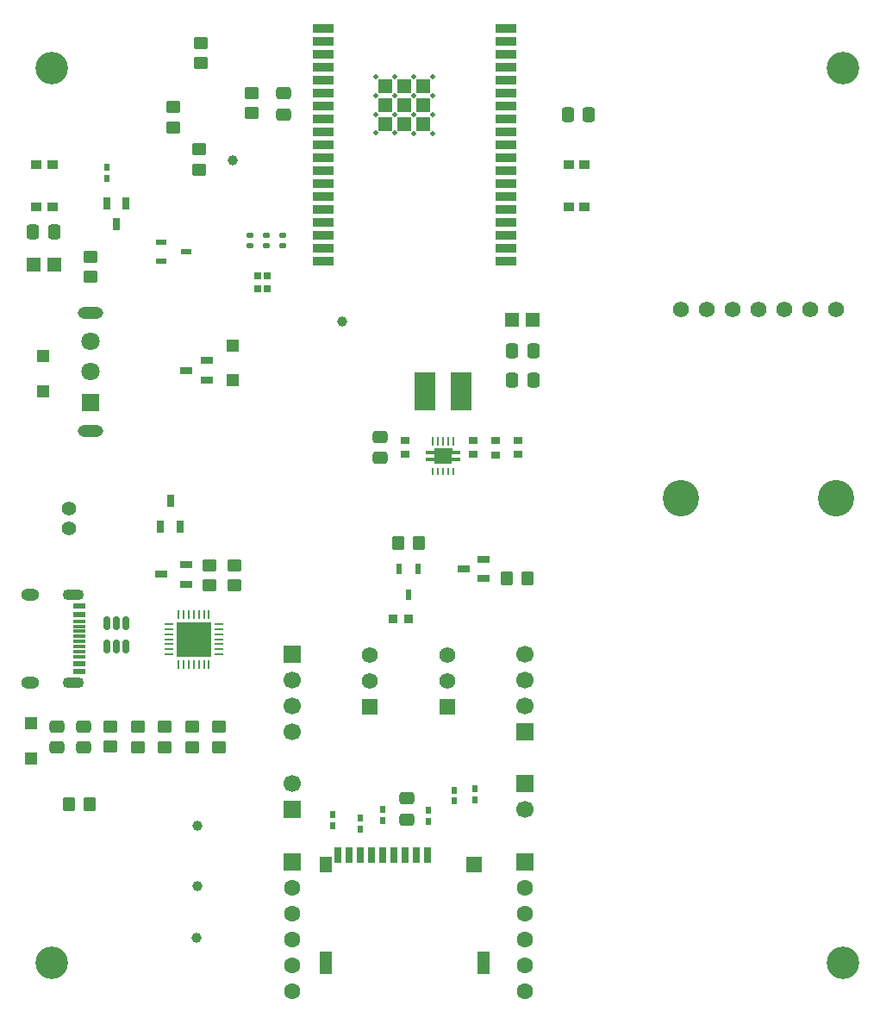
<source format=gbr>
%TF.GenerationSoftware,KiCad,Pcbnew,9.0.1*%
%TF.CreationDate,2025-06-12T08:49:48+02:00*%
%TF.ProjectId,MY-ESP32,4d592d45-5350-4333-922e-6b696361645f,rev?*%
%TF.SameCoordinates,Original*%
%TF.FileFunction,Soldermask,Top*%
%TF.FilePolarity,Negative*%
%FSLAX46Y46*%
G04 Gerber Fmt 4.6, Leading zero omitted, Abs format (unit mm)*
G04 Created by KiCad (PCBNEW 9.0.1) date 2025-06-12 08:49:48*
%MOMM*%
%LPD*%
G01*
G04 APERTURE LIST*
G04 Aperture macros list*
%AMRoundRect*
0 Rectangle with rounded corners*
0 $1 Rounding radius*
0 $2 $3 $4 $5 $6 $7 $8 $9 X,Y pos of 4 corners*
0 Add a 4 corners polygon primitive as box body*
4,1,4,$2,$3,$4,$5,$6,$7,$8,$9,$2,$3,0*
0 Add four circle primitives for the rounded corners*
1,1,$1+$1,$2,$3*
1,1,$1+$1,$4,$5*
1,1,$1+$1,$6,$7*
1,1,$1+$1,$8,$9*
0 Add four rect primitives between the rounded corners*
20,1,$1+$1,$2,$3,$4,$5,0*
20,1,$1+$1,$4,$5,$6,$7,0*
20,1,$1+$1,$6,$7,$8,$9,0*
20,1,$1+$1,$8,$9,$2,$3,0*%
%AMFreePoly0*
4,1,21,-0.180000,0.885000,0.180000,0.885000,0.180000,1.715000,0.470000,1.715000,0.470000,0.885000,0.760000,0.885000,0.760000,-0.885000,0.470000,-0.885000,0.470000,-1.705000,0.180000,-1.705000,0.180000,-0.885000,-0.180000,-0.885000,-0.180000,-1.705000,-0.470000,-1.705000,-0.470000,-0.885000,-0.760000,-0.885000,-0.760000,0.895000,-0.470000,0.895000,-0.470000,1.715000,-0.180000,1.715000,
-0.180000,0.885000,-0.180000,0.885000,$1*%
G04 Aperture macros list end*
%ADD10R,1.250000X0.700000*%
%ADD11R,0.600000X1.070000*%
%ADD12R,0.806500X0.864000*%
%ADD13RoundRect,0.250000X-0.350000X-0.450000X0.350000X-0.450000X0.350000X0.450000X-0.350000X0.450000X0*%
%ADD14RoundRect,0.250000X0.350000X0.450000X-0.350000X0.450000X-0.350000X-0.450000X0.350000X-0.450000X0*%
%ADD15C,1.000000*%
%ADD16C,0.500000*%
%ADD17R,0.700000X1.250000*%
%ADD18RoundRect,0.250000X-0.475000X0.337500X-0.475000X-0.337500X0.475000X-0.337500X0.475000X0.337500X0*%
%ADD19C,1.400000*%
%ADD20R,1.800000X1.800000*%
%ADD21C,1.600000*%
%ADD22R,0.540000X0.790000*%
%ADD23C,1.800000*%
%ADD24O,2.500000X1.200000*%
%ADD25RoundRect,0.250000X-0.450000X0.350000X-0.450000X-0.350000X0.450000X-0.350000X0.450000X0.350000X0*%
%ADD26R,1.700000X1.700000*%
%ADD27C,1.700000*%
%ADD28RoundRect,0.135000X0.185000X-0.135000X0.185000X0.135000X-0.185000X0.135000X-0.185000X-0.135000X0*%
%ADD29R,0.900000X0.800000*%
%ADD30C,3.200000*%
%ADD31R,1.300000X1.300000*%
%ADD32R,0.700000X1.600000*%
%ADD33R,1.200000X1.500000*%
%ADD34R,1.200000X2.200000*%
%ADD35R,1.600000X1.500000*%
%ADD36RoundRect,0.250000X0.450000X-0.350000X0.450000X0.350000X-0.450000X0.350000X-0.450000X-0.350000X0*%
%ADD37RoundRect,0.250000X-0.337500X-0.475000X0.337500X-0.475000X0.337500X0.475000X-0.337500X0.475000X0*%
%ADD38RoundRect,0.062500X-0.337500X-0.062500X0.337500X-0.062500X0.337500X0.062500X-0.337500X0.062500X0*%
%ADD39RoundRect,0.062500X-0.062500X-0.337500X0.062500X-0.337500X0.062500X0.337500X-0.062500X0.337500X0*%
%ADD40R,3.350000X3.350000*%
%ADD41R,1.410000X1.350000*%
%ADD42R,1.070000X0.600000*%
%ADD43RoundRect,0.150000X0.150000X-0.512500X0.150000X0.512500X-0.150000X0.512500X-0.150000X-0.512500X0*%
%ADD44R,2.124000X3.820000*%
%ADD45R,0.750000X0.700000*%
%ADD46R,1.000000X0.900000*%
%ADD47RoundRect,0.135000X-0.185000X0.135000X-0.185000X-0.135000X0.185000X-0.135000X0.185000X0.135000X0*%
%ADD48R,1.575000X1.575000*%
%ADD49C,1.575000*%
%ADD50R,2.000000X0.900000*%
%ADD51R,1.330000X1.330000*%
%ADD52C,3.575000*%
%ADD53R,0.240000X0.850000*%
%ADD54R,0.230000X0.800000*%
%ADD55FreePoly0,270.000000*%
%ADD56O,2.100000X1.100000*%
%ADD57O,1.800000X1.200000*%
%ADD58R,1.300000X0.600000*%
%ADD59R,1.300000X0.300000*%
G04 APERTURE END LIST*
D10*
%TO.C,Q7*%
X131125700Y-113675200D03*
X133125700Y-112725200D03*
X133125700Y-114625200D03*
%TD*%
D11*
%TO.C,Q6*%
X125749500Y-116160400D03*
X124799500Y-113690400D03*
X126699500Y-113690400D03*
%TD*%
D12*
%TO.C,R26*%
X125704600Y-118541800D03*
X124197600Y-118541800D03*
%TD*%
D13*
%TO.C,R24*%
X137376900Y-114630200D03*
X135376900Y-114630200D03*
%TD*%
D14*
%TO.C,R25*%
X124708900Y-111125000D03*
X126708900Y-111125000D03*
%TD*%
D15*
%TO.C,TP1*%
X104919600Y-149860000D03*
%TD*%
D16*
%TO.C,*%
X126233600Y-70866000D03*
%TD*%
D17*
%TO.C,Q1*%
X103281200Y-109497050D03*
X101381200Y-109497050D03*
X102331200Y-106998050D03*
%TD*%
D18*
%TO.C,C10*%
X125526800Y-136202600D03*
X125526800Y-138277600D03*
%TD*%
D19*
%TO.C,U2*%
X92329000Y-107696000D03*
X92329000Y-109696000D03*
%TD*%
D20*
%TO.C,H6*%
X114300000Y-142468600D03*
D21*
X114300000Y-145008600D03*
X114300000Y-147548600D03*
X114300000Y-150088600D03*
X114300000Y-152628600D03*
X114300000Y-155168600D03*
%TD*%
D22*
%TO.C,R20*%
X120954800Y-139254400D03*
X120954800Y-138164400D03*
%TD*%
D17*
%TO.C,Q3*%
X97985600Y-77794800D03*
X96085600Y-77794800D03*
X97035600Y-79794800D03*
%TD*%
D22*
%TO.C,R19*%
X123190000Y-138351600D03*
X123190000Y-137261600D03*
%TD*%
D16*
%TO.C,*%
X129692400Y-102616000D03*
%TD*%
D18*
%TO.C,C9*%
X93819800Y-129126400D03*
X93819800Y-131201400D03*
%TD*%
D20*
%TO.C,SW3*%
X94488000Y-97282000D03*
D23*
X94488000Y-94282000D03*
X94488000Y-91282000D03*
D24*
X94488000Y-88482000D03*
X94488000Y-100082000D03*
%TD*%
D16*
%TO.C,*%
X128549400Y-102610000D03*
%TD*%
D25*
%TO.C,R14*%
X105156000Y-72424000D03*
X105156000Y-74424000D03*
%TD*%
D16*
%TO.C,*%
X128066800Y-65354200D03*
%TD*%
%TO.C,*%
X124380000Y-69020000D03*
%TD*%
D26*
%TO.C,H3*%
X137160000Y-129692400D03*
D27*
X137160000Y-127152400D03*
X137160000Y-124612400D03*
X137160000Y-122072400D03*
%TD*%
D28*
%TO.C,R10*%
X110150000Y-81915000D03*
X110150000Y-80895000D03*
%TD*%
D26*
%TO.C,H8*%
X137160000Y-134772400D03*
D27*
X137160000Y-137312400D03*
%TD*%
D16*
%TO.C,*%
X126233600Y-65354200D03*
%TD*%
D22*
%TO.C,R22*%
X130200400Y-136472000D03*
X130200400Y-135382000D03*
%TD*%
D29*
%TO.C,C11*%
X125360000Y-102420000D03*
X125360000Y-101020000D03*
%TD*%
D30*
%TO.C,H10*%
X168427400Y-64465200D03*
%TD*%
D31*
%TO.C,D2*%
X89839800Y-92788000D03*
X89839800Y-96188000D03*
%TD*%
D29*
%TO.C,C13*%
X134290000Y-102450000D03*
X134290000Y-101050000D03*
%TD*%
D32*
%TO.C,CARD1*%
X127570000Y-141740000D03*
X126470000Y-141740000D03*
X125370000Y-141740000D03*
X124270000Y-141740000D03*
X123170000Y-141740000D03*
X122070000Y-141740000D03*
X120970000Y-141740000D03*
X119870000Y-141740000D03*
D33*
X117570000Y-142740000D03*
D34*
X117570000Y-152340000D03*
X133070000Y-152340000D03*
D35*
X132170000Y-142740000D03*
D32*
X118770000Y-141740000D03*
%TD*%
D16*
%TO.C,*%
X122540000Y-69020000D03*
%TD*%
D25*
%TO.C,R4*%
X99103000Y-129147900D03*
X99103000Y-131147900D03*
%TD*%
D36*
%TO.C,R5*%
X104437000Y-131147900D03*
X104437000Y-129147900D03*
%TD*%
D22*
%TO.C,R23*%
X118237000Y-138873400D03*
X118237000Y-137783400D03*
%TD*%
D16*
%TO.C,*%
X128060000Y-67200000D03*
%TD*%
D37*
%TO.C,C1*%
X141352500Y-69059800D03*
X143427500Y-69059800D03*
%TD*%
D16*
%TO.C,*%
X129124200Y-102607550D03*
%TD*%
D29*
%TO.C,R17*%
X136490000Y-102440000D03*
X136490000Y-101040000D03*
%TD*%
D16*
%TO.C,*%
X124386800Y-65344200D03*
%TD*%
D36*
%TO.C,R9*%
X108648500Y-115309350D03*
X108648500Y-113309350D03*
%TD*%
D18*
%TO.C,C15*%
X113411200Y-66966200D03*
X113411200Y-69041200D03*
%TD*%
D38*
%TO.C,U3*%
X102172600Y-119068050D03*
X102172600Y-119568050D03*
X102172600Y-120068050D03*
X102172600Y-120568050D03*
X102172600Y-121068050D03*
X102172600Y-121568050D03*
X102172600Y-122068050D03*
D39*
X103122600Y-123018050D03*
X103622600Y-123018050D03*
X104122600Y-123018050D03*
X104622600Y-123018050D03*
X105122600Y-123018050D03*
X105622600Y-123018050D03*
X106122600Y-123018050D03*
D38*
X107072600Y-122068050D03*
X107072600Y-121568050D03*
X107072600Y-121068050D03*
X107072600Y-120568050D03*
X107072600Y-120068050D03*
X107072600Y-119568050D03*
X107072600Y-119068050D03*
D39*
X106122600Y-118118050D03*
X105622600Y-118118050D03*
X105122600Y-118118050D03*
X104622600Y-118118050D03*
X104122600Y-118118050D03*
X103622600Y-118118050D03*
X103122600Y-118118050D03*
D40*
X104622600Y-120568050D03*
%TD*%
D41*
%TO.C,C3*%
X90906600Y-83748800D03*
X88906600Y-83748800D03*
%TD*%
D42*
%TO.C,Q4*%
X101416000Y-81549200D03*
X101416000Y-83449200D03*
X103886000Y-82499200D03*
%TD*%
D16*
%TO.C,*%
X128066800Y-70866000D03*
%TD*%
D26*
%TO.C,H7*%
X114300000Y-137312400D03*
D27*
X114300000Y-134772400D03*
%TD*%
D10*
%TO.C,Q2*%
X103924100Y-113257750D03*
X103924100Y-115157750D03*
X101425100Y-114207750D03*
%TD*%
D18*
%TO.C,C5*%
X91178200Y-129122500D03*
X91178200Y-131197500D03*
%TD*%
D30*
%TO.C,H12*%
X168427400Y-152323800D03*
%TD*%
D43*
%TO.C,U1*%
X96052600Y-121296050D03*
X97002600Y-121296050D03*
X97952600Y-121296050D03*
X97952600Y-119021050D03*
X97002600Y-119021050D03*
X96052600Y-119021050D03*
%TD*%
D16*
%TO.C,*%
X126226800Y-69030000D03*
%TD*%
D15*
%TO.C,TP2*%
X119227600Y-89357200D03*
%TD*%
D44*
%TO.C,L_B-B1*%
X127348000Y-96234000D03*
X130904000Y-96234000D03*
%TD*%
D37*
%TO.C,C2*%
X88853100Y-80573800D03*
X90928100Y-80573800D03*
%TD*%
D45*
%TO.C,LED1*%
X111821000Y-84866000D03*
X111821000Y-86106000D03*
X110871000Y-84866000D03*
X110871000Y-86106000D03*
%TD*%
D16*
%TO.C,*%
X122546800Y-65344200D03*
%TD*%
D46*
%TO.C,SW1*%
X141440000Y-73969800D03*
X143040000Y-73969800D03*
X141440000Y-78069800D03*
X143040000Y-78069800D03*
%TD*%
D31*
%TO.C,D1*%
X88646000Y-132256000D03*
X88646000Y-128856000D03*
%TD*%
D25*
%TO.C,R13*%
X94525600Y-82974800D03*
X94525600Y-84974800D03*
%TD*%
D46*
%TO.C,SW2*%
X89179600Y-73969800D03*
X90779600Y-73969800D03*
X89179600Y-78069800D03*
X90779600Y-78069800D03*
%TD*%
D47*
%TO.C,R11*%
X113400000Y-80895000D03*
X113400000Y-81915000D03*
%TD*%
D16*
%TO.C,*%
X122540000Y-67190000D03*
%TD*%
D10*
%TO.C,Q5*%
X105882925Y-95097600D03*
X105882925Y-93197600D03*
X103882925Y-94147600D03*
%TD*%
D29*
%TO.C,C14*%
X132070000Y-102440000D03*
X132070000Y-101040000D03*
%TD*%
D48*
%TO.C,H1*%
X129540000Y-127203200D03*
D49*
X129540000Y-124663200D03*
X129540000Y-122123200D03*
%TD*%
D16*
%TO.C,*%
X126226800Y-67200000D03*
%TD*%
D36*
%TO.C,R8*%
X106159300Y-115293350D03*
X106159300Y-113293350D03*
%TD*%
D50*
%TO.C,U6*%
X117306000Y-60608400D03*
X117306000Y-61878400D03*
X117306000Y-63148400D03*
X117306000Y-64418400D03*
X117306000Y-65688400D03*
X117306000Y-66958400D03*
X117306000Y-68228400D03*
X117306000Y-69498400D03*
X117306000Y-70768400D03*
X117306000Y-72038400D03*
X117306000Y-73308400D03*
X117306000Y-74578400D03*
X117306000Y-75848400D03*
X117306000Y-77118400D03*
X117306000Y-78388400D03*
X117306000Y-79658400D03*
X117306000Y-80928400D03*
X117306000Y-82198400D03*
X117306000Y-83468400D03*
X135306000Y-83468400D03*
X135306000Y-82198400D03*
X135306000Y-80928400D03*
X135306000Y-79658400D03*
X135306000Y-78388400D03*
X135306000Y-77118400D03*
X135306000Y-75848400D03*
X135306000Y-74578400D03*
X135306000Y-73308400D03*
X135306000Y-72038400D03*
X135306000Y-70768400D03*
X135306000Y-69498400D03*
X135306000Y-68228400D03*
X135306000Y-66958400D03*
X135306000Y-65688400D03*
X135306000Y-64418400D03*
X135306000Y-63148400D03*
X135306000Y-61878400D03*
X135306000Y-60608400D03*
D51*
X123471000Y-66273400D03*
X123471000Y-68108400D03*
X123471000Y-69943400D03*
X125306000Y-66273400D03*
X125306000Y-68108400D03*
X125306000Y-69943400D03*
X127141000Y-66273400D03*
X127141000Y-68108400D03*
X127141000Y-69943400D03*
%TD*%
D16*
%TO.C,*%
X122546800Y-70856000D03*
%TD*%
D37*
%TO.C,C7*%
X135898000Y-92231400D03*
X137973000Y-92231400D03*
%TD*%
%TO.C,C8*%
X135898000Y-95127000D03*
X137973000Y-95127000D03*
%TD*%
D26*
%TO.C,H4*%
X114300000Y-122072400D03*
D27*
X114300000Y-124612400D03*
X114300000Y-127152400D03*
X114300000Y-129692400D03*
%TD*%
D36*
%TO.C,R3*%
X96461400Y-131129100D03*
X96461400Y-129129100D03*
%TD*%
D30*
%TO.C,H9*%
X90678000Y-64465200D03*
%TD*%
D25*
%TO.C,R16*%
X102646000Y-68314000D03*
X102646000Y-70314000D03*
%TD*%
D36*
%TO.C,R2*%
X105308600Y-63996000D03*
X105308600Y-61996000D03*
%TD*%
D15*
%TO.C,TP3*%
X104970400Y-138926200D03*
%TD*%
%TO.C,TP5*%
X104970400Y-144780000D03*
%TD*%
D52*
%TO.C,U4*%
X167735600Y-106680000D03*
X152501600Y-106680000D03*
D49*
X167741600Y-88162500D03*
X165201600Y-88161500D03*
X162661600Y-88160500D03*
X160121600Y-88159500D03*
X157581600Y-88158500D03*
X155041600Y-88157500D03*
X152501600Y-88156500D03*
%TD*%
D22*
%TO.C,C6*%
X96130600Y-75264800D03*
X96130600Y-74174800D03*
%TD*%
D15*
%TO.C,TP4*%
X108480000Y-73530000D03*
%TD*%
D25*
%TO.C,R6*%
X101744600Y-129147900D03*
X101744600Y-131147900D03*
%TD*%
D36*
%TO.C,R7*%
X107078600Y-131147900D03*
X107078600Y-129147900D03*
%TD*%
D41*
%TO.C,C4*%
X137898000Y-89183400D03*
X135898000Y-89183400D03*
%TD*%
D36*
%TO.C,R15*%
X110286000Y-68904000D03*
X110286000Y-66904000D03*
%TD*%
D53*
%TO.C,U5*%
X130124200Y-101107550D03*
X129624200Y-101107550D03*
X129124200Y-101107550D03*
X128624200Y-101107550D03*
X128124200Y-101107550D03*
D54*
X128124200Y-104107550D03*
X128624200Y-104107550D03*
X129124200Y-104107550D03*
X129624200Y-104107550D03*
X130124200Y-104107550D03*
D55*
X129119200Y-102607550D03*
%TD*%
D16*
%TO.C,*%
X124380000Y-67190000D03*
%TD*%
D30*
%TO.C,H11*%
X90678000Y-152323800D03*
%TD*%
D56*
%TO.C,U7*%
X92755100Y-116227050D03*
D57*
X88555100Y-116227050D03*
D56*
X92755100Y-124877050D03*
D57*
X88555100Y-124877050D03*
D58*
X93405100Y-117343050D03*
X93405100Y-118143050D03*
D59*
X93405100Y-119293050D03*
X93405100Y-120293050D03*
X93405100Y-120793050D03*
X93406100Y-121792550D03*
D58*
X93405100Y-122943050D03*
X93405100Y-123743050D03*
D59*
X93405100Y-122293050D03*
X93405100Y-121293050D03*
X93405100Y-119793050D03*
X93406100Y-118793050D03*
%TD*%
D22*
%TO.C,R21*%
X132283200Y-136319600D03*
X132283200Y-135229600D03*
%TD*%
D20*
%TO.C,H5*%
X137160000Y-142468600D03*
D21*
X137160000Y-145008600D03*
X137160000Y-147548600D03*
X137160000Y-150088600D03*
X137160000Y-152628600D03*
X137160000Y-155168600D03*
%TD*%
D48*
%TO.C,H2*%
X121920000Y-127203200D03*
D49*
X121920000Y-124663200D03*
X121920000Y-122123200D03*
%TD*%
D16*
%TO.C,*%
X128060000Y-69030000D03*
%TD*%
D22*
%TO.C,R18*%
X127660400Y-138453200D03*
X127660400Y-137363200D03*
%TD*%
D16*
%TO.C,*%
X124386800Y-70856000D03*
%TD*%
D31*
%TO.C,D3*%
X108458000Y-91723000D03*
X108458000Y-95123000D03*
%TD*%
D14*
%TO.C,R1*%
X94387200Y-136790500D03*
X92387200Y-136790500D03*
%TD*%
D47*
%TO.C,R12*%
X111760000Y-80895000D03*
X111760000Y-81915000D03*
%TD*%
D18*
%TO.C,C12*%
X122946000Y-100686500D03*
X122946000Y-102761500D03*
%TD*%
M02*

</source>
